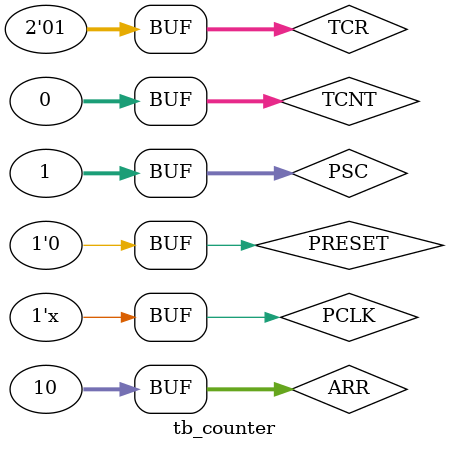
<source format=sv>
`timescale 1ns / 1ps


module tb_counter ();
    logic PCLK;
    logic PRESET;
    logic [1:0] TCR = 2'b01;
    logic [31:0] TCNT;
    logic [31:0] PSC = 1;
    logic [31:0] ARR = 10;
    IP_counter u_IP_counter (
        .PCLK  (PCLK),
        .PRESET(PRESET),
        .TCR   (TCR),
        .TCNT  (TCNT),
        .PSC   (PSC),
        .ARR   (ARR)
    );

    always #5 PCLK = ~PCLK;

    initial begin
        PCLK   = 0;
        PRESET = 1;
        TCNT   = 0;
        #10 PRESET = 0;

    end

endmodule

</source>
